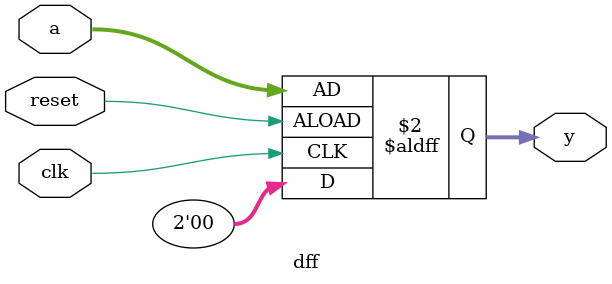
<source format=v>
module dff(clk,reset, a, y);

input wire clk,reset;
input wire [1:0] a;
output reg [1:0] y;
always@(posedge clk, negedge reset)
    if (reset)
        y <= 0;
    else 
        y<=a;
endmodule

</source>
